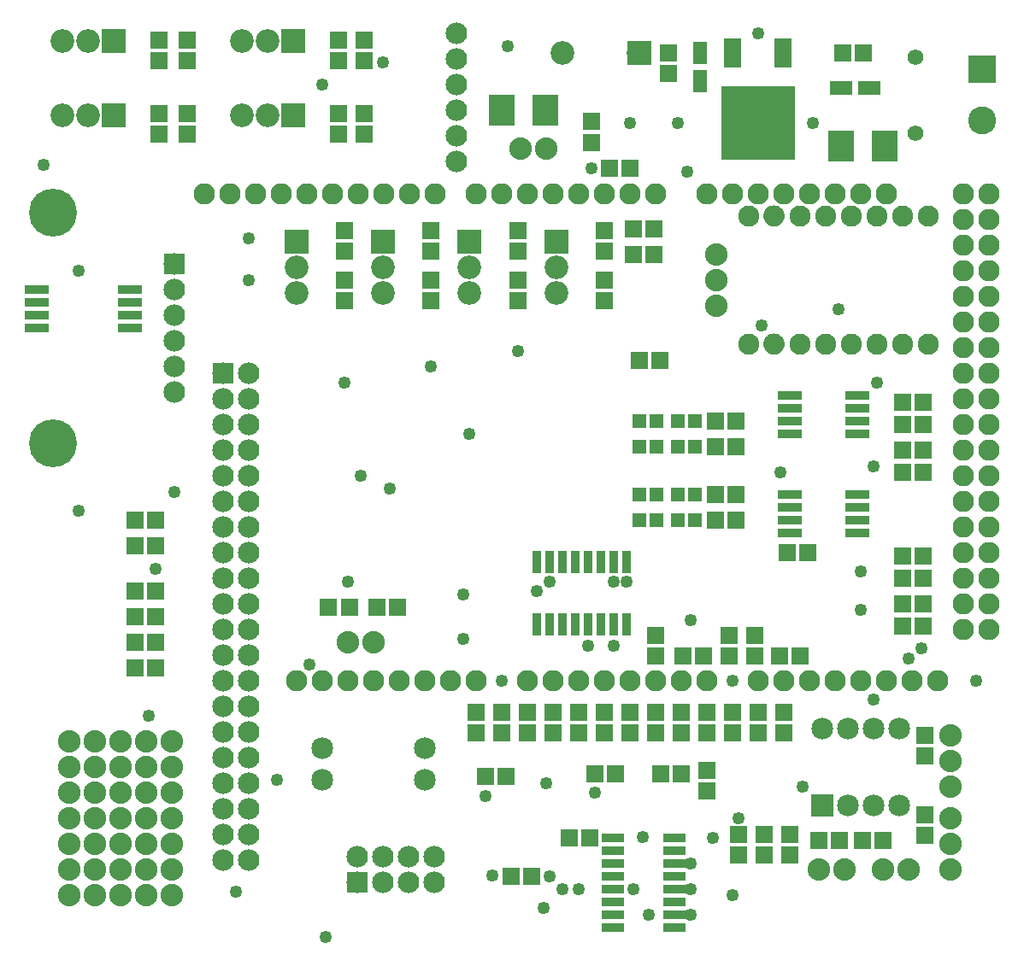
<source format=gts>
G04 MADE WITH FRITZING*
G04 WWW.FRITZING.ORG*
G04 DOUBLE SIDED*
G04 HOLES PLATED*
G04 CONTOUR ON CENTER OF CONTOUR VECTOR*
%ASAXBY*%
%FSLAX23Y23*%
%MOIN*%
%OFA0B0*%
%SFA1.0B1.0*%
%ADD10C,0.085000*%
%ADD11C,0.084000*%
%ADD12C,0.049370*%
%ADD13C,0.082472*%
%ADD14C,0.082445*%
%ADD15C,0.082417*%
%ADD16C,0.187165*%
%ADD17C,0.088000*%
%ADD18C,0.082917*%
%ADD19C,0.092000*%
%ADD20C,0.061496*%
%ADD21C,0.109055*%
%ADD22R,0.084000X0.084000*%
%ADD23R,0.065118X0.069055*%
%ADD24R,0.285591X0.285591*%
%ADD25R,0.069055X0.116299*%
%ADD26R,0.057244X0.088740*%
%ADD27R,0.069055X0.065118*%
%ADD28R,0.096614X0.033622*%
%ADD29R,0.100086X0.123708*%
%ADD30R,0.036000X0.090000*%
%ADD31R,0.096900X0.034000*%
%ADD32R,0.057244X0.053307*%
%ADD33R,0.088740X0.057244*%
%ADD34R,0.090000X0.036000*%
%ADD35R,0.085000X0.085000*%
%ADD36R,0.092000X0.092000*%
%ADD37R,0.109055X0.109055*%
%ADD38R,0.001000X0.001000*%
%LNMASK1*%
G90*
G70*
G54D10*
X1582Y907D03*
X1182Y907D03*
X1582Y782D03*
X1182Y782D03*
G54D11*
X1319Y482D03*
X1419Y482D03*
X1519Y482D03*
X1619Y482D03*
X1319Y382D03*
X1419Y382D03*
X1519Y382D03*
X1619Y382D03*
G54D12*
X232Y1832D03*
X2882Y3695D03*
X1282Y1557D03*
X532Y1607D03*
X2457Y257D03*
X2432Y558D03*
X1732Y1507D03*
X232Y2770D03*
X1907Y3645D03*
X3094Y3345D03*
X2607Y3157D03*
X894Y2895D03*
X2244Y732D03*
X2057Y770D03*
X1194Y170D03*
X1844Y408D03*
X2782Y332D03*
X2807Y632D03*
X3519Y1295D03*
X3282Y1445D03*
X1419Y3582D03*
X1332Y1970D03*
X1444Y1920D03*
X1757Y2132D03*
X1007Y782D03*
G54D13*
X2844Y2482D03*
X3544Y2982D03*
X3444Y2982D03*
X3344Y2982D03*
X3244Y2982D03*
X3144Y2982D03*
G54D14*
X3044Y2982D03*
G54D13*
X2844Y2982D03*
G54D14*
X3544Y2482D03*
G54D15*
X3444Y2482D03*
G54D14*
X3344Y2482D03*
G54D13*
X3244Y2482D03*
G54D14*
X3144Y2482D03*
G54D15*
X3044Y2482D03*
G54D12*
X2707Y557D03*
X2019Y1520D03*
X2232Y3170D03*
X2070Y407D03*
X2569Y3345D03*
X2382Y3345D03*
X607Y1907D03*
G54D11*
X607Y2794D03*
X607Y2694D03*
X607Y2594D03*
X607Y2494D03*
X607Y2394D03*
X607Y2294D03*
G54D12*
X844Y345D03*
X94Y3182D03*
X2394Y357D03*
X2182Y357D03*
X2119Y357D03*
X2044Y282D03*
X2620Y257D03*
X2619Y357D03*
X2619Y457D03*
X1819Y720D03*
X3469Y1257D03*
X894Y2732D03*
X3344Y2332D03*
X3282Y1595D03*
X2319Y1557D03*
X2619Y1407D03*
X1132Y1232D03*
X2219Y1307D03*
X2069Y1557D03*
X2319Y1307D03*
X2369Y1557D03*
X1732Y1332D03*
X3732Y1170D03*
G54D11*
X1707Y3695D03*
X1707Y3595D03*
X1707Y3495D03*
X1707Y3395D03*
X1707Y3295D03*
X1707Y3195D03*
X1707Y3695D03*
X1707Y3595D03*
X1707Y3495D03*
X1707Y3395D03*
X1707Y3295D03*
X1707Y3195D03*
G54D12*
X3057Y757D03*
G54D16*
X132Y2095D03*
X132Y2995D03*
G54D12*
X1607Y2395D03*
X1944Y2457D03*
X1269Y2332D03*
X1182Y3495D03*
X3332Y1095D03*
X1882Y1170D03*
X507Y1032D03*
X2782Y1170D03*
X3194Y2620D03*
X2969Y1982D03*
X3332Y2007D03*
G54D17*
X594Y332D03*
X494Y332D03*
X394Y332D03*
X294Y332D03*
X194Y332D03*
X594Y932D03*
X494Y932D03*
X394Y932D03*
X294Y932D03*
X194Y932D03*
X194Y732D03*
X294Y732D03*
X394Y732D03*
X494Y732D03*
X494Y432D03*
X494Y532D03*
X194Y432D03*
X194Y532D03*
X294Y432D03*
X294Y532D03*
X394Y432D03*
X394Y532D03*
X594Y432D03*
X594Y532D03*
X194Y832D03*
X294Y832D03*
X394Y832D03*
X494Y832D03*
X494Y632D03*
X594Y632D03*
X1382Y1320D03*
X1282Y1320D03*
X194Y632D03*
X294Y632D03*
X394Y632D03*
X594Y832D03*
X594Y732D03*
G54D12*
X2894Y2557D03*
G54D10*
X3132Y682D03*
X3132Y982D03*
X3232Y682D03*
X3232Y982D03*
X3332Y682D03*
X3332Y982D03*
X3432Y682D03*
X3432Y982D03*
G54D11*
X894Y2370D03*
X894Y2270D03*
X894Y2170D03*
X894Y2070D03*
X894Y1970D03*
X894Y1870D03*
X894Y1770D03*
X894Y1670D03*
X894Y1570D03*
X894Y1470D03*
X894Y1370D03*
X894Y1270D03*
X894Y1170D03*
X894Y1070D03*
X894Y970D03*
X894Y870D03*
X894Y770D03*
X894Y670D03*
X894Y570D03*
X894Y470D03*
X794Y2370D03*
X794Y2270D03*
X794Y2170D03*
X794Y2070D03*
X794Y1970D03*
X794Y1870D03*
X794Y1770D03*
X794Y1670D03*
X794Y1570D03*
X794Y1470D03*
X794Y1370D03*
X794Y1270D03*
X794Y1170D03*
X794Y1070D03*
X794Y970D03*
X794Y870D03*
X794Y770D03*
X794Y670D03*
X794Y570D03*
X794Y470D03*
G54D18*
X2982Y1170D03*
X1382Y1170D03*
X3082Y1170D03*
X3182Y1170D03*
X3282Y1170D03*
X3382Y1170D03*
X3682Y2570D03*
X3482Y1170D03*
X3582Y1170D03*
X1422Y3070D03*
X1982Y1170D03*
X2082Y1170D03*
X2182Y1170D03*
X2282Y1170D03*
X3682Y1770D03*
X2382Y1170D03*
X2482Y1170D03*
X2582Y1170D03*
X2682Y1170D03*
X2182Y3070D03*
X3682Y2970D03*
X3682Y2170D03*
X3682Y1370D03*
X1022Y3070D03*
X1782Y1170D03*
X1782Y3070D03*
X3682Y2770D03*
X3682Y2370D03*
X3682Y1970D03*
X3382Y3070D03*
X3682Y1570D03*
X3282Y3070D03*
X3182Y3070D03*
X3082Y3070D03*
X2982Y3070D03*
X2882Y3070D03*
X2782Y3070D03*
X2682Y3070D03*
X822Y3070D03*
X1222Y3070D03*
X1622Y3070D03*
X1182Y1170D03*
X1582Y1170D03*
X2382Y3070D03*
X1982Y3070D03*
X3682Y3070D03*
X3682Y2870D03*
X3682Y2670D03*
X3682Y2470D03*
X3682Y2270D03*
X3682Y2070D03*
X3682Y1870D03*
X3682Y1670D03*
X3682Y1470D03*
X722Y3070D03*
X922Y3070D03*
X1122Y3070D03*
X1322Y3070D03*
X1522Y3070D03*
X1082Y1170D03*
X1282Y1170D03*
X1482Y1170D03*
X1682Y1170D03*
X2482Y3070D03*
X2282Y3070D03*
X2082Y3070D03*
X1882Y3070D03*
X3782Y3070D03*
X3782Y2970D03*
X3782Y2870D03*
X3782Y2770D03*
X3782Y2670D03*
X3782Y2570D03*
X3782Y2470D03*
X3782Y2370D03*
X3782Y2270D03*
X3782Y2170D03*
X3782Y2070D03*
X3782Y1970D03*
X3782Y1870D03*
X3782Y1770D03*
X3782Y1670D03*
X3782Y1570D03*
X3782Y1470D03*
X3782Y1370D03*
X2882Y1170D03*
G54D19*
X1419Y2882D03*
X1419Y2782D03*
X1419Y2682D03*
X2094Y2882D03*
X2094Y2782D03*
X2094Y2682D03*
X1757Y2882D03*
X1757Y2782D03*
X1757Y2682D03*
X1082Y2882D03*
X1082Y2782D03*
X1082Y2682D03*
G54D17*
X3632Y432D03*
X3632Y532D03*
X3632Y632D03*
X3632Y957D03*
X3632Y857D03*
X3632Y757D03*
X2057Y3245D03*
X1957Y3245D03*
X2719Y2832D03*
X2719Y2732D03*
X2719Y2632D03*
X3119Y432D03*
X3219Y432D03*
X3469Y432D03*
X3369Y432D03*
G54D19*
X2417Y3620D03*
X2119Y3620D03*
G54D20*
X3494Y3307D03*
X3494Y3603D03*
X3494Y3307D03*
X3494Y3603D03*
G54D19*
X369Y3377D03*
X269Y3377D03*
X169Y3377D03*
X1069Y3664D03*
X969Y3664D03*
X869Y3664D03*
X369Y3664D03*
X269Y3664D03*
X169Y3664D03*
X1069Y3377D03*
X969Y3377D03*
X869Y3377D03*
G54D21*
X3757Y3557D03*
X3757Y3357D03*
G54D22*
X1319Y382D03*
G54D23*
X1207Y1457D03*
X1288Y1457D03*
G54D24*
X2882Y3345D03*
G54D25*
X2783Y3618D03*
X2980Y3618D03*
G54D26*
X2657Y3620D03*
X2657Y3510D03*
G54D27*
X2232Y3270D03*
X2232Y3351D03*
G54D23*
X2301Y3170D03*
X2382Y3170D03*
G54D28*
X432Y2595D03*
X69Y2595D03*
X432Y2545D03*
X432Y2645D03*
X432Y2695D03*
X69Y2545D03*
X69Y2645D03*
X69Y2695D03*
G54D29*
X3207Y3257D03*
X3376Y3257D03*
X1882Y3395D03*
X2051Y3395D03*
G54D22*
X607Y2794D03*
G54D30*
X2019Y1390D03*
X2069Y1390D03*
X2119Y1390D03*
X2169Y1390D03*
X2219Y1390D03*
X2269Y1390D03*
X2319Y1390D03*
X2369Y1390D03*
X2369Y1632D03*
X2319Y1632D03*
X2269Y1632D03*
X2219Y1632D03*
X2169Y1632D03*
X2119Y1632D03*
X2069Y1632D03*
X2019Y1632D03*
G54D31*
X3269Y2132D03*
X3269Y2182D03*
X3269Y2232D03*
X3269Y2282D03*
X3004Y2282D03*
X3004Y2232D03*
X3004Y2182D03*
X3004Y2132D03*
X3269Y1745D03*
X3269Y1795D03*
X3269Y1845D03*
X3269Y1895D03*
X3004Y1895D03*
X3004Y1845D03*
X3004Y1795D03*
X3004Y1745D03*
G54D32*
X2569Y1795D03*
X2636Y1795D03*
X2569Y1895D03*
X2636Y1895D03*
X2569Y2082D03*
X2636Y2082D03*
X2569Y2182D03*
X2636Y2182D03*
X2419Y1795D03*
X2486Y1795D03*
X2419Y1895D03*
X2486Y1895D03*
X2419Y2082D03*
X2486Y2082D03*
X2419Y2182D03*
X2486Y2182D03*
G54D33*
X3207Y3482D03*
X3317Y3482D03*
G54D34*
X2557Y207D03*
X2557Y257D03*
X2557Y307D03*
X2557Y357D03*
X2557Y407D03*
X2557Y457D03*
X2557Y507D03*
X2557Y557D03*
X2315Y557D03*
X2315Y507D03*
X2315Y457D03*
X2315Y407D03*
X2315Y357D03*
X2315Y307D03*
X2315Y257D03*
X2315Y207D03*
G54D23*
X2144Y557D03*
X2225Y557D03*
X532Y1220D03*
X451Y1220D03*
X532Y1520D03*
X451Y1520D03*
X2394Y2932D03*
X2475Y2932D03*
X3292Y3620D03*
X3211Y3620D03*
G54D27*
X2532Y3539D03*
X2532Y3620D03*
G54D23*
X532Y1420D03*
X451Y1420D03*
X532Y1320D03*
X451Y1320D03*
X532Y1795D03*
X451Y1795D03*
G54D27*
X1344Y3302D03*
X1344Y3382D03*
X1244Y3589D03*
X1244Y3670D03*
X1344Y3589D03*
X1344Y3670D03*
X1244Y3302D03*
X1244Y3382D03*
X657Y3589D03*
X657Y3670D03*
X544Y3589D03*
X544Y3670D03*
X657Y3302D03*
X657Y3382D03*
X544Y3302D03*
X544Y3382D03*
G54D23*
X3525Y2257D03*
X3444Y2257D03*
X3525Y1982D03*
X3444Y1982D03*
X3525Y2070D03*
X3444Y2070D03*
X3525Y2170D03*
X3444Y2170D03*
X2419Y2420D03*
X2500Y2420D03*
X3525Y1382D03*
X3444Y1382D03*
X3525Y1470D03*
X3444Y1470D03*
X3525Y1570D03*
X3444Y1570D03*
X3525Y1657D03*
X3444Y1657D03*
G54D27*
X1269Y2652D03*
X1269Y2732D03*
X1607Y2652D03*
X1607Y2732D03*
X1944Y2652D03*
X1944Y2732D03*
X2282Y2652D03*
X2282Y2732D03*
X1269Y2926D03*
X1269Y2845D03*
X1607Y2926D03*
X1607Y2845D03*
X1944Y2926D03*
X1944Y2845D03*
X2282Y2926D03*
X2282Y2845D03*
G54D23*
X2714Y2082D03*
X2794Y2082D03*
X2794Y2182D03*
X2714Y2182D03*
X2325Y807D03*
X2244Y807D03*
X532Y1695D03*
X451Y1695D03*
X2994Y1670D03*
X3075Y1670D03*
G54D27*
X2769Y1345D03*
X2769Y1264D03*
X2082Y964D03*
X2082Y1045D03*
G54D23*
X1394Y1457D03*
X1475Y1457D03*
X2475Y2832D03*
X2394Y2832D03*
G54D27*
X1982Y964D03*
X1982Y1045D03*
X1782Y1045D03*
X1782Y964D03*
G54D23*
X3044Y1266D03*
X2964Y1266D03*
G54D27*
X2482Y1264D03*
X2482Y1345D03*
X3532Y877D03*
X3532Y957D03*
G54D23*
X3289Y545D03*
X3369Y545D03*
X3200Y545D03*
X3119Y545D03*
G54D27*
X3532Y564D03*
X3532Y645D03*
X3007Y570D03*
X3007Y489D03*
X2682Y739D03*
X2682Y820D03*
G54D23*
X2501Y807D03*
X2582Y807D03*
G54D35*
X3132Y682D03*
G54D22*
X794Y2370D03*
G54D36*
X1419Y2882D03*
X2094Y2882D03*
X1757Y2882D03*
X1082Y2882D03*
X2418Y3620D03*
X369Y3377D03*
X1069Y3664D03*
X369Y3664D03*
X1069Y3377D03*
G54D37*
X3757Y3557D03*
G54D27*
X2882Y964D03*
X2882Y1045D03*
X2807Y489D03*
X2807Y570D03*
X2907Y489D03*
X2907Y570D03*
G54D23*
X1900Y795D03*
X1819Y795D03*
G54D27*
X1882Y964D03*
X1882Y1045D03*
X2182Y964D03*
X2182Y1045D03*
X2982Y964D03*
X2982Y1045D03*
X2682Y964D03*
X2682Y1045D03*
X2582Y964D03*
X2582Y1045D03*
X2782Y964D03*
X2782Y1045D03*
X2482Y964D03*
X2482Y1045D03*
X2282Y964D03*
X2282Y1045D03*
X2382Y964D03*
X2382Y1045D03*
G54D23*
X2714Y1795D03*
X2794Y1795D03*
X2794Y1895D03*
X2714Y1895D03*
X2669Y1266D03*
X2589Y1266D03*
G54D27*
X2869Y1264D03*
X2869Y1345D03*
G54D23*
X1919Y407D03*
X2000Y407D03*
G54D38*
X2943Y3024D02*
X2944Y3024D01*
X2936Y3023D02*
X2952Y3023D01*
X2932Y3022D02*
X2956Y3022D01*
X2929Y3021D02*
X2959Y3021D01*
X2927Y3020D02*
X2961Y3020D01*
X2925Y3019D02*
X2963Y3019D01*
X2923Y3018D02*
X2965Y3018D01*
X2921Y3017D02*
X2966Y3017D01*
X2920Y3016D02*
X2968Y3016D01*
X2919Y3015D02*
X2969Y3015D01*
X2917Y3014D02*
X2970Y3014D01*
X2916Y3013D02*
X2971Y3013D01*
X2915Y3012D02*
X2972Y3012D01*
X2914Y3011D02*
X2973Y3011D01*
X2913Y3010D02*
X2974Y3010D01*
X2913Y3009D02*
X2975Y3009D01*
X2912Y3008D02*
X2976Y3008D01*
X2911Y3007D02*
X2977Y3007D01*
X2910Y3006D02*
X2977Y3006D01*
X2910Y3005D02*
X2978Y3005D01*
X2909Y3004D02*
X2979Y3004D01*
X2908Y3003D02*
X2979Y3003D01*
X2908Y3002D02*
X2980Y3002D01*
X2907Y3001D02*
X2980Y3001D01*
X2907Y3000D02*
X2981Y3000D01*
X2906Y2999D02*
X2981Y2999D01*
X2906Y2998D02*
X2982Y2998D01*
X2906Y2997D02*
X2982Y2997D01*
X2905Y2996D02*
X2982Y2996D01*
X2905Y2995D02*
X2983Y2995D01*
X2905Y2994D02*
X2983Y2994D01*
X2905Y2993D02*
X2983Y2993D01*
X2904Y2992D02*
X2983Y2992D01*
X2904Y2991D02*
X2984Y2991D01*
X2904Y2990D02*
X2984Y2990D01*
X2904Y2989D02*
X2984Y2989D01*
X2904Y2988D02*
X2984Y2988D01*
X2903Y2987D02*
X2984Y2987D01*
X2903Y2986D02*
X2984Y2986D01*
X2903Y2985D02*
X2984Y2985D01*
X2903Y2984D02*
X2985Y2984D01*
X2903Y2983D02*
X2985Y2983D01*
X2903Y2982D02*
X2985Y2982D01*
X2903Y2981D02*
X2984Y2981D01*
X2903Y2980D02*
X2984Y2980D01*
X2903Y2979D02*
X2984Y2979D01*
X2904Y2978D02*
X2984Y2978D01*
X2904Y2977D02*
X2984Y2977D01*
X2904Y2976D02*
X2984Y2976D01*
X2904Y2975D02*
X2984Y2975D01*
X2904Y2974D02*
X2984Y2974D01*
X2904Y2973D02*
X2983Y2973D01*
X2905Y2972D02*
X2983Y2972D01*
X2905Y2971D02*
X2983Y2971D01*
X2905Y2970D02*
X2983Y2970D01*
X2906Y2969D02*
X2982Y2969D01*
X2906Y2968D02*
X2982Y2968D01*
X2906Y2967D02*
X2981Y2967D01*
X2907Y2966D02*
X2981Y2966D01*
X2907Y2965D02*
X2980Y2965D01*
X2908Y2964D02*
X2980Y2964D01*
X2908Y2963D02*
X2979Y2963D01*
X2909Y2962D02*
X2979Y2962D01*
X2909Y2961D02*
X2978Y2961D01*
X2910Y2960D02*
X2978Y2960D01*
X2911Y2959D02*
X2977Y2959D01*
X2912Y2958D02*
X2976Y2958D01*
X2912Y2957D02*
X2975Y2957D01*
X2913Y2956D02*
X2975Y2956D01*
X2914Y2955D02*
X2974Y2955D01*
X2915Y2954D02*
X2973Y2954D01*
X2916Y2953D02*
X2972Y2953D01*
X2917Y2952D02*
X2971Y2952D01*
X2918Y2951D02*
X2970Y2951D01*
X2920Y2950D02*
X2968Y2950D01*
X2921Y2949D02*
X2967Y2949D01*
X2922Y2948D02*
X2965Y2948D01*
X2924Y2947D02*
X2964Y2947D01*
X2926Y2946D02*
X2962Y2946D01*
X2928Y2945D02*
X2960Y2945D01*
X2931Y2944D02*
X2957Y2944D01*
X2934Y2943D02*
X2954Y2943D01*
X2939Y2942D02*
X2949Y2942D01*
X2944Y2524D02*
X2944Y2524D01*
X2936Y2523D02*
X2952Y2523D01*
X2932Y2522D02*
X2956Y2522D01*
X2929Y2521D02*
X2959Y2521D01*
X2927Y2520D02*
X2961Y2520D01*
X2925Y2519D02*
X2963Y2519D01*
X2923Y2518D02*
X2965Y2518D01*
X2921Y2517D02*
X2966Y2517D01*
X2920Y2516D02*
X2968Y2516D01*
X2919Y2515D02*
X2969Y2515D01*
X2918Y2514D02*
X2970Y2514D01*
X2916Y2513D02*
X2971Y2513D01*
X2915Y2512D02*
X2972Y2512D01*
X2914Y2511D02*
X2973Y2511D01*
X2913Y2510D02*
X2974Y2510D01*
X2913Y2509D02*
X2975Y2509D01*
X2912Y2508D02*
X2976Y2508D01*
X2911Y2507D02*
X2977Y2507D01*
X2910Y2506D02*
X2977Y2506D01*
X2910Y2505D02*
X2978Y2505D01*
X2909Y2504D02*
X2979Y2504D01*
X2909Y2503D02*
X2979Y2503D01*
X2908Y2502D02*
X2980Y2502D01*
X2907Y2501D02*
X2980Y2501D01*
X2907Y2500D02*
X2981Y2500D01*
X2906Y2499D02*
X2981Y2499D01*
X2906Y2498D02*
X2982Y2498D01*
X2906Y2497D02*
X2982Y2497D01*
X2905Y2496D02*
X2982Y2496D01*
X2905Y2495D02*
X2983Y2495D01*
X2905Y2494D02*
X2983Y2494D01*
X2905Y2493D02*
X2983Y2493D01*
X2904Y2492D02*
X2983Y2492D01*
X2904Y2491D02*
X2984Y2491D01*
X2904Y2490D02*
X2984Y2490D01*
X2904Y2489D02*
X2984Y2489D01*
X2904Y2488D02*
X2984Y2488D01*
X2903Y2487D02*
X2984Y2487D01*
X2903Y2486D02*
X2984Y2486D01*
X2903Y2485D02*
X2984Y2485D01*
X2903Y2484D02*
X2985Y2484D01*
X2903Y2483D02*
X2985Y2483D01*
X2903Y2482D02*
X2985Y2482D01*
X2903Y2481D02*
X2984Y2481D01*
X2903Y2480D02*
X2984Y2480D01*
X2903Y2479D02*
X2984Y2479D01*
X2904Y2478D02*
X2984Y2478D01*
X2904Y2477D02*
X2984Y2477D01*
X2904Y2476D02*
X2984Y2476D01*
X2904Y2475D02*
X2984Y2475D01*
X2904Y2474D02*
X2984Y2474D01*
X2904Y2473D02*
X2983Y2473D01*
X2905Y2472D02*
X2983Y2472D01*
X2905Y2471D02*
X2983Y2471D01*
X2905Y2470D02*
X2983Y2470D01*
X2906Y2469D02*
X2982Y2469D01*
X2906Y2468D02*
X2982Y2468D01*
X2906Y2467D02*
X2981Y2467D01*
X2907Y2466D02*
X2981Y2466D01*
X2907Y2465D02*
X2980Y2465D01*
X2908Y2464D02*
X2980Y2464D01*
X2908Y2463D02*
X2979Y2463D01*
X2909Y2462D02*
X2979Y2462D01*
X2910Y2461D02*
X2978Y2461D01*
X2910Y2460D02*
X2978Y2460D01*
X2911Y2459D02*
X2977Y2459D01*
X2912Y2458D02*
X2976Y2458D01*
X2912Y2457D02*
X2975Y2457D01*
X2913Y2456D02*
X2975Y2456D01*
X2914Y2455D02*
X2974Y2455D01*
X2915Y2454D02*
X2973Y2454D01*
X2916Y2453D02*
X2972Y2453D01*
X2917Y2452D02*
X2971Y2452D01*
X2918Y2451D02*
X2970Y2451D01*
X2920Y2450D02*
X2968Y2450D01*
X2921Y2449D02*
X2967Y2449D01*
X2922Y2448D02*
X2965Y2448D01*
X2924Y2447D02*
X2964Y2447D01*
X2926Y2446D02*
X2962Y2446D01*
X2928Y2445D02*
X2960Y2445D01*
X2931Y2444D02*
X2957Y2444D01*
X2934Y2443D02*
X2954Y2443D01*
X2939Y2442D02*
X2949Y2442D01*
D02*
G04 End of Mask1*
M02*
</source>
